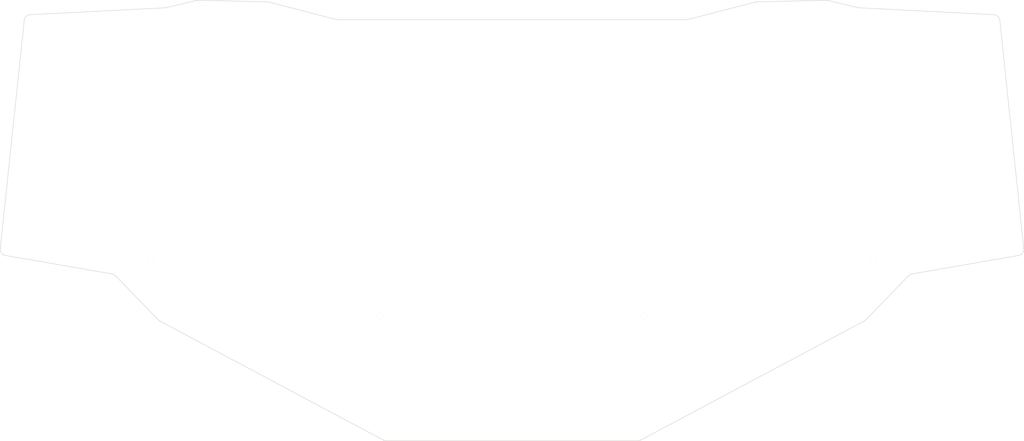
<source format=kicad_pcb>

            
(kicad_pcb (version 20171130) (host pcbnew 5.1.6)

  (page A3)
  (title_block
    (title SpUnLy58_Bottom)
    (rev v1.0.0)
    (company Unknown)
  )

  (general
    (thickness 1.6)
  )

  (layers
    (0 F.Cu signal)
    (31 B.Cu signal)
    (32 B.Adhes user)
    (33 F.Adhes user)
    (34 B.Paste user)
    (35 F.Paste user)
    (36 B.SilkS user)
    (37 F.SilkS user)
    (38 B.Mask user)
    (39 F.Mask user)
    (40 Dwgs.User user)
    (41 Cmts.User user)
    (42 Eco1.User user)
    (43 Eco2.User user)
    (44 Edge.Cuts user)
    (45 Margin user)
    (46 B.CrtYd user)
    (47 F.CrtYd user)
    (48 B.Fab user)
    (49 F.Fab user)
  )

  (setup
    (last_trace_width 0.25)
    (trace_clearance 0.2)
    (zone_clearance 0.508)
    (zone_45_only no)
    (trace_min 0.2)
    (via_size 0.8)
    (via_drill 0.4)
    (via_min_size 0.4)
    (via_min_drill 0.3)
    (uvia_size 0.3)
    (uvia_drill 0.1)
    (uvias_allowed no)
    (uvia_min_size 0.2)
    (uvia_min_drill 0.1)
    (edge_width 0.05)
    (segment_width 0.2)
    (pcb_text_width 0.3)
    (pcb_text_size 1.5 1.5)
    (mod_edge_width 0.12)
    (mod_text_size 1 1)
    (mod_text_width 0.15)
    (pad_size 1.524 1.524)
    (pad_drill 0.762)
    (pad_to_mask_clearance 0.05)
    (aux_axis_origin 0 0)
    (visible_elements FFFFFF7F)
    (pcbplotparams
      (layerselection 0x010fc_ffffffff)
      (usegerberextensions false)
      (usegerberattributes true)
      (usegerberadvancedattributes true)
      (creategerberjobfile true)
      (excludeedgelayer true)
      (linewidth 0.100000)
      (plotframeref false)
      (viasonmask false)
      (mode 1)
      (useauxorigin false)
      (hpglpennumber 1)
      (hpglpenspeed 20)
      (hpglpendiameter 15.000000)
      (psnegative false)
      (psa4output false)
      (plotreference true)
      (plotvalue true)
      (plotinvisibletext false)
      (padsonsilk false)
      (subtractmaskfromsilk false)
      (outputformat 1)
      (mirror false)
      (drillshape 1)
      (scaleselection 1)
      (outputdirectory ""))
  )

            (net 0 "")
            
  (net_class Default "This is the default net class."
    (clearance 0.2)
    (trace_width 0.25)
    (via_dia 0.8)
    (via_drill 0.4)
    (uvia_dia 0.3)
    (uvia_drill 0.1)
    (add_net "")
  )

            
      (module HOLE_M2 (layer F.Cu) (tedit 5AB4F321) 
      (at 103.1885627 77.1667636 -13)   
      

      (fp_text reference "_1" (at 0 0) (layer Eco2.User) hide (effects (font (size 0.29972 0.29972) (thickness 0.07493))))
      (fp_text value VAL** (at 0 1.75) (layer Eco2.User) hide (effects (font (size 0.29972 0.29972) (thickness 0.07493))))
      (pad "" np_thru_hole circle (at 0 0) (size 2.2 2.2) (drill 2.2) (layers *.Cu *.Mask F.SilkS) (clearance 0.8)))
    

      (module HOLE_M2 (layer F.Cu) (tedit 5AB4F321) 
      (at 314.94312190000005 77.1667636 13)   
      

      (fp_text reference "_2" (at 0 0) (layer Eco2.User) hide (effects (font (size 0.29972 0.29972) (thickness 0.07493))))
      (fp_text value VAL** (at 0 1.75) (layer Eco2.User) hide (effects (font (size 0.29972 0.29972) (thickness 0.07493))))
      (pad "" np_thru_hole circle (at 0 0) (size 2.2 2.2) (drill 2.2) (layers *.Cu *.Mask F.SilkS) (clearance 0.8)))
    

      (module HOLE_M2 (layer F.Cu) (tedit 5AB4F321) 
      (at 154.56584230000004 77.1847683 0)   
      

      (fp_text reference "_3" (at 0 0) (layer Eco2.User) hide (effects (font (size 0.29972 0.29972) (thickness 0.07493))))
      (fp_text value VAL** (at 0 1.75) (layer Eco2.User) hide (effects (font (size 0.29972 0.29972) (thickness 0.07493))))
      (pad "" np_thru_hole circle (at 0 0) (size 2.2 2.2) (drill 2.2) (layers *.Cu *.Mask F.SilkS) (clearance 0.8)))
    

      (module HOLE_M2 (layer F.Cu) (tedit 5AB4F321) 
      (at 263.56584230000004 77.1847683 0)   
      

      (fp_text reference "_4" (at 0 0) (layer Eco2.User) hide (effects (font (size 0.29972 0.29972) (thickness 0.07493))))
      (fp_text value VAL** (at 0 1.75) (layer Eco2.User) hide (effects (font (size 0.29972 0.29972) (thickness 0.07493))))
      (pad "" np_thru_hole circle (at 0 0) (size 2.2 2.2) (drill 2.2) (layers *.Cu *.Mask F.SilkS) (clearance 0.8)))
    

      (module HOLE_M2 (layer F.Cu) (tedit 5AB4F321) 
      (at 96.56007245 143.4615724 -11.5)   
      

      (fp_text reference "_5" (at 0 0) (layer Eco2.User) hide (effects (font (size 0.29972 0.29972) (thickness 0.07493))))
      (fp_text value VAL** (at 0 1.75) (layer Eco2.User) hide (effects (font (size 0.29972 0.29972) (thickness 0.07493))))
      (pad "" np_thru_hole circle (at 0 0) (size 2.2 2.2) (drill 2.2) (layers *.Cu *.Mask F.SilkS) (clearance 0.8)))
    

      (module HOLE_M2 (layer F.Cu) (tedit 5AB4F321) 
      (at 321.57161215 143.4615724 11.5)   
      

      (fp_text reference "_6" (at 0 0) (layer Eco2.User) hide (effects (font (size 0.29972 0.29972) (thickness 0.07493))))
      (fp_text value VAL** (at 0 1.75) (layer Eco2.User) hide (effects (font (size 0.29972 0.29972) (thickness 0.07493))))
      (pad "" np_thru_hole circle (at 0 0) (size 2.2 2.2) (drill 2.2) (layers *.Cu *.Mask F.SilkS) (clearance 0.8)))
    

      (module HOLE_M2 (layer F.Cu) (tedit 5AB4F321) 
      (at 167.7893567 160.56691995 -29.5)   
      

      (fp_text reference "_7" (at 0 0) (layer Eco2.User) hide (effects (font (size 0.29972 0.29972) (thickness 0.07493))))
      (fp_text value VAL** (at 0 1.75) (layer Eco2.User) hide (effects (font (size 0.29972 0.29972) (thickness 0.07493))))
      (pad "" np_thru_hole circle (at 0 0) (size 2.2 2.2) (drill 2.2) (layers *.Cu *.Mask F.SilkS) (clearance 0.8)))
    

      (module HOLE_M2 (layer F.Cu) (tedit 5AB4F321) 
      (at 250.34232790000002 160.56691995 29.5)   
      

      (fp_text reference "_8" (at 0 0) (layer Eco2.User) hide (effects (font (size 0.29972 0.29972) (thickness 0.07493))))
      (fp_text value VAL** (at 0 1.75) (layer Eco2.User) hide (effects (font (size 0.29972 0.29972) (thickness 0.07493))))
      (pad "" np_thru_hole circle (at 0 0) (size 2.2 2.2) (drill 2.2) (layers *.Cu *.Mask F.SilkS) (clearance 0.8)))
    

      (module HOLE_M2 (layer F.Cu) (tedit 5AB4F321) 
      (at 177.5068429 129.5100011 -24)   
      

      (fp_text reference "_9" (at 0 0) (layer Eco2.User) hide (effects (font (size 0.29972 0.29972) (thickness 0.07493))))
      (fp_text value VAL** (at 0 1.75) (layer Eco2.User) hide (effects (font (size 0.29972 0.29972) (thickness 0.07493))))
      (pad "" np_thru_hole circle (at 0 0) (size 2.2 2.2) (drill 2.2) (layers *.Cu *.Mask F.SilkS) (clearance 0.8)))
    

      (module HOLE_M2 (layer F.Cu) (tedit 5AB4F321) 
      (at 240.62484170000002 129.5100011 24)   
      

      (fp_text reference "_10" (at 0 0) (layer Eco2.User) hide (effects (font (size 0.29972 0.29972) (thickness 0.07493))))
      (fp_text value VAL** (at 0 1.75) (layer Eco2.User) hide (effects (font (size 0.29972 0.29972) (thickness 0.07493))))
      (pad "" np_thru_hole circle (at 0 0) (size 2.2 2.2) (drill 2.2) (layers *.Cu *.Mask F.SilkS) (clearance 0.8)))
    
            (gr_line (start 49.681292649351875 139.58749786879048) (end 57.14665582114244 68.55931232176351) (angle 90) (layer Edge.Cuts) (width 0.15))
(gr_line (start 59.03347921100808 66.77098332577512) (end 101.0444617078952 64.620984718302) (angle 90) (layer Edge.Cuts) (width 0.15))
(gr_line (start 101.40738870815643 64.56875632340632) (end 110.76362259410331 62.33139112373312) (angle 90) (layer Edge.Cuts) (width 0.15))
(gr_line (start 111.2769949917509 62.277130221264414) (end 132.9639255511618 62.80020900097959) (angle 90) (layer Edge.Cuts) (width 0.15))
(gr_line (start 133.41806152920145 62.86374699713913) (end 154.33905087745907 68.29274340630917) (angle 90) (layer Edge.Cuts) (width 0.15))
(gr_line (start 154.8414118531463 68.3568629) (end 263.2902727468537 68.3568629) (angle 90) (layer Edge.Cuts) (width 0.15))
(gr_line (start 263.79263372254087 68.29274340630919) (end 284.71362307079875 62.8637469971391) (angle 90) (layer Edge.Cuts) (width 0.15))
(gr_line (start 285.1677590488383 62.800209000979585) (end 306.85468960824915 62.27713022126442) (angle 90) (layer Edge.Cuts) (width 0.15))
(gr_line (start 307.3680620058967 62.33139112373311) (end 316.72429589184355 64.56875632340633) (angle 90) (layer Edge.Cuts) (width 0.15))
(gr_line (start 317.0872228921049 64.620984718302) (end 359.09820538899186 66.77098332577512) (angle 90) (layer Edge.Cuts) (width 0.15))
(gr_line (start 360.98502877885755 68.55931232176363) (end 368.4503919506481 139.5874978687907) (angle 90) (layer Edge.Cuts) (width 0.15))
(gr_line (start 366.8031131610436 141.7671376676979) (end 333.65363261821113 147.51636654458372) (angle 90) (layer Edge.Cuts) (width 0.15))
(gr_line (start 332.5610738182111 148.0931361445837) (end 319.2003817056295 161.8421509980949) (angle 90) (layer Edge.Cuts) (width 0.15))
(gr_line (start 318.70629216922333 162.21354591748647) (end 249.14322424372034 199.26616331939172) (angle 90) (layer Edge.Cuts) (width 0.15))
(gr_line (start 248.20298998012652 199.50095520000002) (end 169.92869461987348 199.50095520000002) (angle 90) (layer Edge.Cuts) (width 0.15))
(gr_line (start 168.9884603562797 199.2661633193917) (end 99.42539243077671 162.2135459174865) (angle 90) (layer Edge.Cuts) (width 0.15))
(gr_line (start 98.93130289437045 161.84215099809478) (end 85.57061078178889 148.0931361445837) (angle 90) (layer Edge.Cuts) (width 0.15))
(gr_line (start 84.47805198178891 147.51636654458375) (end 51.32857143895629 141.7671376676979) (angle 90) (layer Edge.Cuts) (width 0.15))
(gr_arc (start 59.13569961074685 68.7683693206709) (end 59.03347921074685 66.7709833206709) (angle -81.07032267320267) (layer Edge.Cuts) (width 0.15))
(gr_arc (start 100.94224130815643 62.623598723406324) (end 101.04446170815642 64.62098472340632) (angle -10.518968137123409) (layer Edge.Cuts) (width 0.15))
(gr_arc (start 111.22876999410332 64.27654872373311) (end 111.27699499410332 62.27713022373312) (angle -14.830321724566375) (layer Edge.Cuts) (width 0.15))
(gr_arc (start 132.9157005535142 64.79962750344828) (end 133.4180615535142 62.863747003448275) (angle -13.165700253772485) (layer Edge.Cuts) (width 0.15))
(gr_arc (start 154.8414118531463 66.3568629) (end 154.3390508531463 68.29274339999999) (angle -14.547378579757009) (layer Edge.Cuts) (width 0.15))
(gr_arc (start 263.2902727468537 66.3568629) (end 263.2902727468537 68.3568629) (angle -14.547378579755389) (layer Edge.Cuts) (width 0.15))
(gr_arc (start 285.2159840464859 64.79962750344829) (end 285.1677590464859 62.800209003448295) (angle -13.165700253769828) (layer Edge.Cuts) (width 0.15))
(gr_arc (start 306.90291460589674 64.27654872373311) (end 307.3680620058967 62.33139112373311) (angle -14.830321724565934) (layer Edge.Cuts) (width 0.15))
(gr_arc (start 317.1894432918436 62.623598723406346) (end 316.7242958918436 64.56875632340635) (angle -10.51896813712591) (layer Edge.Cuts) (width 0.15))
(gr_arc (start 358.99598498925315 68.76836932067079) (end 360.98502878925314 68.55931232067078) (angle -81.07032267321057) (layer Edge.Cuts) (width 0.15))
(gr_arc (start 366.46134816104365 139.79655486769798) (end 366.80311316104365 141.76713766769797) (angle -86.1608685008258) (layer Edge.Cuts) (width 0.15))
(gr_arc (start 333.99539761821114 149.4869493445837) (end 333.65363261821113 147.51636654458372) (angle -35.981522463722015) (layer Edge.Cuts) (width 0.15))
(gr_arc (start 317.76605790562957 160.44833779809477) (end 318.7062921056296 162.21354589809476) (angle -17.77875661563843) (layer Edge.Cuts) (width 0.15))
(gr_arc (start 248.20298998012652 197.50095520000002) (end 248.20298998012652 199.50095520000002) (angle -28.04189941259341) (layer Edge.Cuts) (width 0.15))
(gr_arc (start 169.92869461987348 197.50095520000002) (end 168.9884604198735 199.26616330000002) (angle -28.04189941259304) (layer Edge.Cuts) (width 0.15))
(gr_arc (start 100.36562669437045 160.4483377980948) (end 98.93130289437045 161.8421509980948) (angle -17.778756615642976) (layer Edge.Cuts) (width 0.15))
(gr_arc (start 84.1362869817889 149.4869493445837) (end 85.5706107817889 148.0931361445837) (angle -35.9815224637213) (layer Edge.Cuts) (width 0.15))
(gr_arc (start 51.670336438956284 139.7965548676979) (end 49.681292638956286 139.5874978676979) (angle -86.16086850082922) (layer Edge.Cuts) (width 0.15))
            
)

        
</source>
